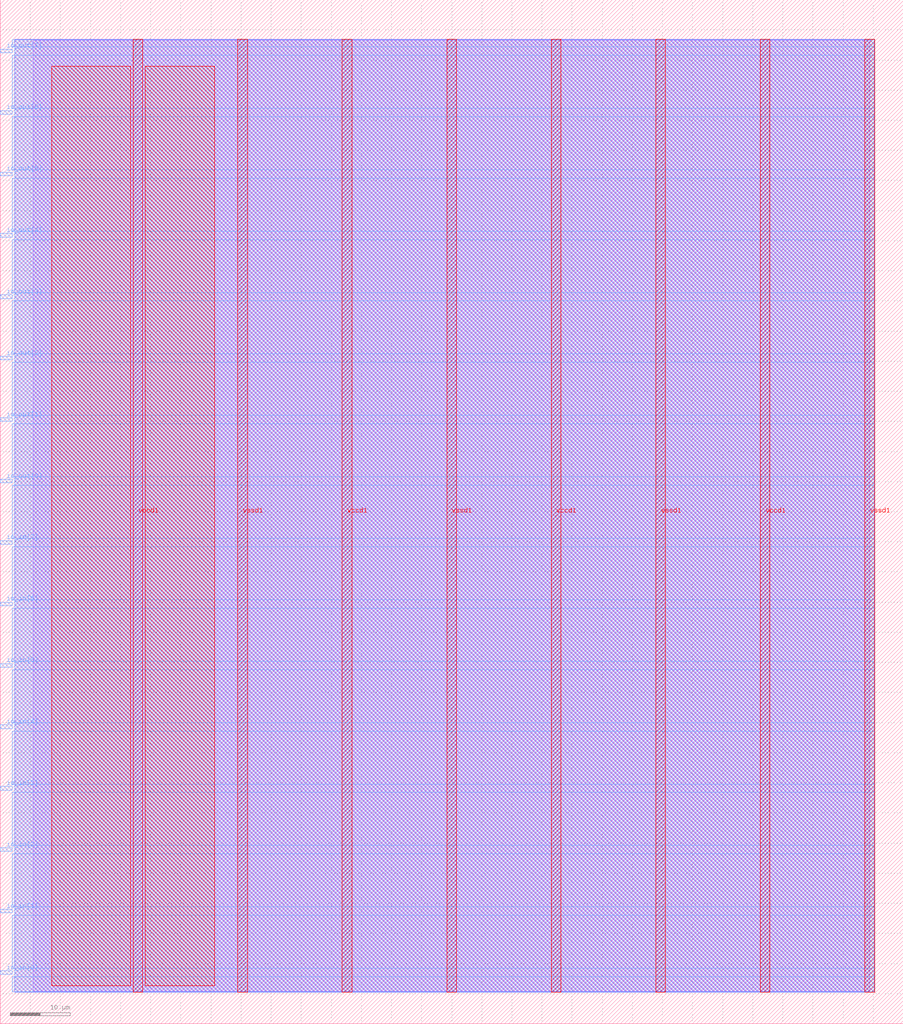
<source format=lef>
VERSION 5.7 ;
  NOWIREEXTENSIONATPIN ON ;
  DIVIDERCHAR "/" ;
  BUSBITCHARS "[]" ;
MACRO user_module_347894637149553236
  CLASS BLOCK ;
  FOREIGN user_module_347894637149553236 ;
  ORIGIN 0.000 0.000 ;
  SIZE 150.000 BY 170.000 ;
  PIN io_in[0]
    DIRECTION INPUT ;
    USE SIGNAL ;
    PORT
      LAYER met3 ;
        RECT 0.000 8.200 2.000 8.800 ;
    END
  END io_in[0]
  PIN io_in[1]
    DIRECTION INPUT ;
    USE SIGNAL ;
    PORT
      LAYER met3 ;
        RECT 0.000 18.400 2.000 19.000 ;
    END
  END io_in[1]
  PIN io_in[2]
    DIRECTION INPUT ;
    USE SIGNAL ;
    PORT
      LAYER met3 ;
        RECT 0.000 28.600 2.000 29.200 ;
    END
  END io_in[2]
  PIN io_in[3]
    DIRECTION INPUT ;
    USE SIGNAL ;
    PORT
      LAYER met3 ;
        RECT 0.000 38.800 2.000 39.400 ;
    END
  END io_in[3]
  PIN io_in[4]
    DIRECTION INPUT ;
    USE SIGNAL ;
    PORT
      LAYER met3 ;
        RECT 0.000 49.000 2.000 49.600 ;
    END
  END io_in[4]
  PIN io_in[5]
    DIRECTION INPUT ;
    USE SIGNAL ;
    PORT
      LAYER met3 ;
        RECT 0.000 59.200 2.000 59.800 ;
    END
  END io_in[5]
  PIN io_in[6]
    DIRECTION INPUT ;
    USE SIGNAL ;
    PORT
      LAYER met3 ;
        RECT 0.000 69.400 2.000 70.000 ;
    END
  END io_in[6]
  PIN io_in[7]
    DIRECTION INPUT ;
    USE SIGNAL ;
    PORT
      LAYER met3 ;
        RECT 0.000 79.600 2.000 80.200 ;
    END
  END io_in[7]
  PIN io_out[0]
    DIRECTION OUTPUT TRISTATE ;
    USE SIGNAL ;
    PORT
      LAYER met3 ;
        RECT 0.000 89.800 2.000 90.400 ;
    END
  END io_out[0]
  PIN io_out[1]
    DIRECTION OUTPUT TRISTATE ;
    USE SIGNAL ;
    PORT
      LAYER met3 ;
        RECT 0.000 100.000 2.000 100.600 ;
    END
  END io_out[1]
  PIN io_out[2]
    DIRECTION OUTPUT TRISTATE ;
    USE SIGNAL ;
    PORT
      LAYER met3 ;
        RECT 0.000 110.200 2.000 110.800 ;
    END
  END io_out[2]
  PIN io_out[3]
    DIRECTION OUTPUT TRISTATE ;
    USE SIGNAL ;
    PORT
      LAYER met3 ;
        RECT 0.000 120.400 2.000 121.000 ;
    END
  END io_out[3]
  PIN io_out[4]
    DIRECTION OUTPUT TRISTATE ;
    USE SIGNAL ;
    PORT
      LAYER met3 ;
        RECT 0.000 130.600 2.000 131.200 ;
    END
  END io_out[4]
  PIN io_out[5]
    DIRECTION OUTPUT TRISTATE ;
    USE SIGNAL ;
    PORT
      LAYER met3 ;
        RECT 0.000 140.800 2.000 141.400 ;
    END
  END io_out[5]
  PIN io_out[6]
    DIRECTION OUTPUT TRISTATE ;
    USE SIGNAL ;
    PORT
      LAYER met3 ;
        RECT 0.000 151.000 2.000 151.600 ;
    END
  END io_out[6]
  PIN io_out[7]
    DIRECTION OUTPUT TRISTATE ;
    USE SIGNAL ;
    PORT
      LAYER met3 ;
        RECT 0.000 161.200 2.000 161.800 ;
    END
  END io_out[7]
  PIN vccd1
    DIRECTION INOUT ;
    USE POWER ;
    PORT
      LAYER met4 ;
        RECT 22.085 5.200 23.685 163.440 ;
    END
    PORT
      LAYER met4 ;
        RECT 56.815 5.200 58.415 163.440 ;
    END
    PORT
      LAYER met4 ;
        RECT 91.545 5.200 93.145 163.440 ;
    END
    PORT
      LAYER met4 ;
        RECT 126.275 5.200 127.875 163.440 ;
    END
  END vccd1
  PIN vssd1
    DIRECTION INOUT ;
    USE GROUND ;
    PORT
      LAYER met4 ;
        RECT 39.450 5.200 41.050 163.440 ;
    END
    PORT
      LAYER met4 ;
        RECT 74.180 5.200 75.780 163.440 ;
    END
    PORT
      LAYER met4 ;
        RECT 108.910 5.200 110.510 163.440 ;
    END
    PORT
      LAYER met4 ;
        RECT 143.640 5.200 145.240 163.440 ;
    END
  END vssd1
  OBS
      LAYER li1 ;
        RECT 5.520 5.355 144.440 163.285 ;
      LAYER met1 ;
        RECT 2.370 5.200 145.240 163.440 ;
      LAYER met2 ;
        RECT 2.390 5.255 145.210 163.385 ;
      LAYER met3 ;
        RECT 2.000 162.200 145.230 163.365 ;
        RECT 2.400 160.800 145.230 162.200 ;
        RECT 2.000 152.000 145.230 160.800 ;
        RECT 2.400 150.600 145.230 152.000 ;
        RECT 2.000 141.800 145.230 150.600 ;
        RECT 2.400 140.400 145.230 141.800 ;
        RECT 2.000 131.600 145.230 140.400 ;
        RECT 2.400 130.200 145.230 131.600 ;
        RECT 2.000 121.400 145.230 130.200 ;
        RECT 2.400 120.000 145.230 121.400 ;
        RECT 2.000 111.200 145.230 120.000 ;
        RECT 2.400 109.800 145.230 111.200 ;
        RECT 2.000 101.000 145.230 109.800 ;
        RECT 2.400 99.600 145.230 101.000 ;
        RECT 2.000 90.800 145.230 99.600 ;
        RECT 2.400 89.400 145.230 90.800 ;
        RECT 2.000 80.600 145.230 89.400 ;
        RECT 2.400 79.200 145.230 80.600 ;
        RECT 2.000 70.400 145.230 79.200 ;
        RECT 2.400 69.000 145.230 70.400 ;
        RECT 2.000 60.200 145.230 69.000 ;
        RECT 2.400 58.800 145.230 60.200 ;
        RECT 2.000 50.000 145.230 58.800 ;
        RECT 2.400 48.600 145.230 50.000 ;
        RECT 2.000 39.800 145.230 48.600 ;
        RECT 2.400 38.400 145.230 39.800 ;
        RECT 2.000 29.600 145.230 38.400 ;
        RECT 2.400 28.200 145.230 29.600 ;
        RECT 2.000 19.400 145.230 28.200 ;
        RECT 2.400 18.000 145.230 19.400 ;
        RECT 2.000 9.200 145.230 18.000 ;
        RECT 2.400 7.800 145.230 9.200 ;
        RECT 2.000 5.275 145.230 7.800 ;
      LAYER met4 ;
        RECT 8.575 6.295 21.685 158.945 ;
        RECT 24.085 6.295 35.585 158.945 ;
  END
END user_module_347894637149553236
END LIBRARY


</source>
